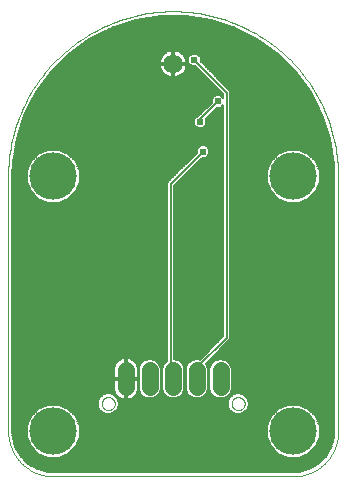
<source format=gbl>
G75*
%MOIN*%
%OFA0B0*%
%FSLAX25Y25*%
%IPPOS*%
%LPD*%
%AMOC8*
5,1,8,0,0,1.08239X$1,22.5*
%
%ADD10C,0.00000*%
%ADD11C,0.15811*%
%ADD12C,0.05600*%
%ADD13C,0.06394*%
%ADD14C,0.00600*%
%ADD15C,0.02381*%
%ADD16C,0.02400*%
D10*
X0001300Y0016300D02*
X0001300Y0101300D01*
X0001316Y0102639D01*
X0001365Y0103978D01*
X0001447Y0105315D01*
X0001561Y0106649D01*
X0001707Y0107981D01*
X0001886Y0109308D01*
X0002097Y0110631D01*
X0002341Y0111948D01*
X0002616Y0113259D01*
X0002923Y0114562D01*
X0003262Y0115858D01*
X0003632Y0117145D01*
X0004033Y0118423D01*
X0004466Y0119691D01*
X0004929Y0120948D01*
X0005423Y0122193D01*
X0005947Y0123426D01*
X0006500Y0124645D01*
X0007084Y0125851D01*
X0007696Y0127042D01*
X0008337Y0128218D01*
X0009007Y0129378D01*
X0009705Y0130521D01*
X0010430Y0131647D01*
X0011183Y0132755D01*
X0011962Y0133845D01*
X0012768Y0134915D01*
X0013599Y0135965D01*
X0014456Y0136994D01*
X0015338Y0138003D01*
X0016243Y0138989D01*
X0017173Y0139953D01*
X0018126Y0140895D01*
X0019101Y0141813D01*
X0020099Y0142706D01*
X0021118Y0143576D01*
X0022158Y0144420D01*
X0023218Y0145238D01*
X0024298Y0146031D01*
X0025396Y0146797D01*
X0026514Y0147536D01*
X0027648Y0148248D01*
X0028800Y0148931D01*
X0029968Y0149587D01*
X0031152Y0150214D01*
X0032350Y0150812D01*
X0033563Y0151380D01*
X0034789Y0151919D01*
X0036028Y0152428D01*
X0037279Y0152906D01*
X0038542Y0153354D01*
X0039814Y0153771D01*
X0041097Y0154157D01*
X0042389Y0154512D01*
X0043689Y0154835D01*
X0044996Y0155126D01*
X0046310Y0155385D01*
X0047630Y0155612D01*
X0048955Y0155807D01*
X0050285Y0155970D01*
X0051618Y0156100D01*
X0052953Y0156198D01*
X0054291Y0156263D01*
X0055630Y0156296D01*
X0056970Y0156296D01*
X0058309Y0156263D01*
X0059647Y0156198D01*
X0060982Y0156100D01*
X0062315Y0155970D01*
X0063645Y0155807D01*
X0064970Y0155612D01*
X0066290Y0155385D01*
X0067604Y0155126D01*
X0068911Y0154835D01*
X0070211Y0154512D01*
X0071503Y0154157D01*
X0072786Y0153771D01*
X0074058Y0153354D01*
X0075321Y0152906D01*
X0076572Y0152428D01*
X0077811Y0151919D01*
X0079037Y0151380D01*
X0080250Y0150812D01*
X0081448Y0150214D01*
X0082632Y0149587D01*
X0083800Y0148931D01*
X0084952Y0148248D01*
X0086086Y0147536D01*
X0087204Y0146797D01*
X0088302Y0146031D01*
X0089382Y0145238D01*
X0090442Y0144420D01*
X0091482Y0143576D01*
X0092501Y0142706D01*
X0093499Y0141813D01*
X0094474Y0140895D01*
X0095427Y0139953D01*
X0096357Y0138989D01*
X0097262Y0138003D01*
X0098144Y0136994D01*
X0099001Y0135965D01*
X0099832Y0134915D01*
X0100638Y0133845D01*
X0101417Y0132755D01*
X0102170Y0131647D01*
X0102895Y0130521D01*
X0103593Y0129378D01*
X0104263Y0128218D01*
X0104904Y0127042D01*
X0105516Y0125851D01*
X0106100Y0124645D01*
X0106653Y0123426D01*
X0107177Y0122193D01*
X0107671Y0120948D01*
X0108134Y0119691D01*
X0108567Y0118423D01*
X0108968Y0117145D01*
X0109338Y0115858D01*
X0109677Y0114562D01*
X0109984Y0113259D01*
X0110259Y0111948D01*
X0110503Y0110631D01*
X0110714Y0109308D01*
X0110893Y0107981D01*
X0111039Y0106649D01*
X0111153Y0105315D01*
X0111235Y0103978D01*
X0111284Y0102639D01*
X0111300Y0101300D01*
X0111300Y0016300D01*
X0111296Y0015938D01*
X0111282Y0015575D01*
X0111261Y0015213D01*
X0111230Y0014852D01*
X0111191Y0014492D01*
X0111143Y0014133D01*
X0111086Y0013775D01*
X0111021Y0013418D01*
X0110947Y0013063D01*
X0110864Y0012710D01*
X0110773Y0012359D01*
X0110674Y0012011D01*
X0110566Y0011665D01*
X0110450Y0011321D01*
X0110325Y0010981D01*
X0110193Y0010644D01*
X0110052Y0010310D01*
X0109903Y0009979D01*
X0109746Y0009652D01*
X0109582Y0009329D01*
X0109410Y0009010D01*
X0109230Y0008696D01*
X0109042Y0008385D01*
X0108847Y0008080D01*
X0108645Y0007779D01*
X0108435Y0007483D01*
X0108219Y0007193D01*
X0107995Y0006907D01*
X0107765Y0006627D01*
X0107528Y0006353D01*
X0107284Y0006085D01*
X0107034Y0005822D01*
X0106778Y0005566D01*
X0106515Y0005316D01*
X0106247Y0005072D01*
X0105973Y0004835D01*
X0105693Y0004605D01*
X0105407Y0004381D01*
X0105117Y0004165D01*
X0104821Y0003955D01*
X0104520Y0003753D01*
X0104215Y0003558D01*
X0103904Y0003370D01*
X0103590Y0003190D01*
X0103271Y0003018D01*
X0102948Y0002854D01*
X0102621Y0002697D01*
X0102290Y0002548D01*
X0101956Y0002407D01*
X0101619Y0002275D01*
X0101279Y0002150D01*
X0100935Y0002034D01*
X0100589Y0001926D01*
X0100241Y0001827D01*
X0099890Y0001736D01*
X0099537Y0001653D01*
X0099182Y0001579D01*
X0098825Y0001514D01*
X0098467Y0001457D01*
X0098108Y0001409D01*
X0097748Y0001370D01*
X0097387Y0001339D01*
X0097025Y0001318D01*
X0096662Y0001304D01*
X0096300Y0001300D01*
X0016300Y0001300D01*
X0015938Y0001304D01*
X0015575Y0001318D01*
X0015213Y0001339D01*
X0014852Y0001370D01*
X0014492Y0001409D01*
X0014133Y0001457D01*
X0013775Y0001514D01*
X0013418Y0001579D01*
X0013063Y0001653D01*
X0012710Y0001736D01*
X0012359Y0001827D01*
X0012011Y0001926D01*
X0011665Y0002034D01*
X0011321Y0002150D01*
X0010981Y0002275D01*
X0010644Y0002407D01*
X0010310Y0002548D01*
X0009979Y0002697D01*
X0009652Y0002854D01*
X0009329Y0003018D01*
X0009010Y0003190D01*
X0008696Y0003370D01*
X0008385Y0003558D01*
X0008080Y0003753D01*
X0007779Y0003955D01*
X0007483Y0004165D01*
X0007193Y0004381D01*
X0006907Y0004605D01*
X0006627Y0004835D01*
X0006353Y0005072D01*
X0006085Y0005316D01*
X0005822Y0005566D01*
X0005566Y0005822D01*
X0005316Y0006085D01*
X0005072Y0006353D01*
X0004835Y0006627D01*
X0004605Y0006907D01*
X0004381Y0007193D01*
X0004165Y0007483D01*
X0003955Y0007779D01*
X0003753Y0008080D01*
X0003558Y0008385D01*
X0003370Y0008696D01*
X0003190Y0009010D01*
X0003018Y0009329D01*
X0002854Y0009652D01*
X0002697Y0009979D01*
X0002548Y0010310D01*
X0002407Y0010644D01*
X0002275Y0010981D01*
X0002150Y0011321D01*
X0002034Y0011665D01*
X0001926Y0012011D01*
X0001827Y0012359D01*
X0001736Y0012710D01*
X0001653Y0013063D01*
X0001579Y0013418D01*
X0001514Y0013775D01*
X0001457Y0014133D01*
X0001409Y0014492D01*
X0001370Y0014852D01*
X0001339Y0015213D01*
X0001318Y0015575D01*
X0001304Y0015938D01*
X0001300Y0016300D01*
X0032481Y0025532D02*
X0032483Y0025625D01*
X0032489Y0025717D01*
X0032499Y0025809D01*
X0032513Y0025900D01*
X0032530Y0025991D01*
X0032552Y0026081D01*
X0032577Y0026170D01*
X0032606Y0026258D01*
X0032639Y0026344D01*
X0032676Y0026429D01*
X0032716Y0026513D01*
X0032760Y0026594D01*
X0032807Y0026674D01*
X0032857Y0026752D01*
X0032911Y0026827D01*
X0032968Y0026900D01*
X0033028Y0026970D01*
X0033091Y0027038D01*
X0033157Y0027103D01*
X0033225Y0027165D01*
X0033296Y0027225D01*
X0033370Y0027281D01*
X0033446Y0027334D01*
X0033524Y0027383D01*
X0033604Y0027430D01*
X0033686Y0027472D01*
X0033770Y0027512D01*
X0033855Y0027547D01*
X0033942Y0027579D01*
X0034030Y0027608D01*
X0034119Y0027632D01*
X0034209Y0027653D01*
X0034300Y0027669D01*
X0034392Y0027682D01*
X0034484Y0027691D01*
X0034577Y0027696D01*
X0034669Y0027697D01*
X0034762Y0027694D01*
X0034854Y0027687D01*
X0034946Y0027676D01*
X0035037Y0027661D01*
X0035128Y0027643D01*
X0035218Y0027620D01*
X0035306Y0027594D01*
X0035394Y0027564D01*
X0035480Y0027530D01*
X0035564Y0027493D01*
X0035647Y0027451D01*
X0035728Y0027407D01*
X0035808Y0027359D01*
X0035885Y0027308D01*
X0035959Y0027253D01*
X0036032Y0027195D01*
X0036102Y0027135D01*
X0036169Y0027071D01*
X0036233Y0027005D01*
X0036295Y0026935D01*
X0036353Y0026864D01*
X0036408Y0026790D01*
X0036460Y0026713D01*
X0036509Y0026634D01*
X0036555Y0026554D01*
X0036597Y0026471D01*
X0036635Y0026387D01*
X0036670Y0026301D01*
X0036701Y0026214D01*
X0036728Y0026126D01*
X0036751Y0026036D01*
X0036771Y0025946D01*
X0036787Y0025855D01*
X0036799Y0025763D01*
X0036807Y0025671D01*
X0036811Y0025578D01*
X0036811Y0025486D01*
X0036807Y0025393D01*
X0036799Y0025301D01*
X0036787Y0025209D01*
X0036771Y0025118D01*
X0036751Y0025028D01*
X0036728Y0024938D01*
X0036701Y0024850D01*
X0036670Y0024763D01*
X0036635Y0024677D01*
X0036597Y0024593D01*
X0036555Y0024510D01*
X0036509Y0024430D01*
X0036460Y0024351D01*
X0036408Y0024274D01*
X0036353Y0024200D01*
X0036295Y0024129D01*
X0036233Y0024059D01*
X0036169Y0023993D01*
X0036102Y0023929D01*
X0036032Y0023869D01*
X0035959Y0023811D01*
X0035885Y0023756D01*
X0035808Y0023705D01*
X0035729Y0023657D01*
X0035647Y0023613D01*
X0035564Y0023571D01*
X0035480Y0023534D01*
X0035394Y0023500D01*
X0035306Y0023470D01*
X0035218Y0023444D01*
X0035128Y0023421D01*
X0035037Y0023403D01*
X0034946Y0023388D01*
X0034854Y0023377D01*
X0034762Y0023370D01*
X0034669Y0023367D01*
X0034577Y0023368D01*
X0034484Y0023373D01*
X0034392Y0023382D01*
X0034300Y0023395D01*
X0034209Y0023411D01*
X0034119Y0023432D01*
X0034030Y0023456D01*
X0033942Y0023485D01*
X0033855Y0023517D01*
X0033770Y0023552D01*
X0033686Y0023592D01*
X0033604Y0023634D01*
X0033524Y0023681D01*
X0033446Y0023730D01*
X0033370Y0023783D01*
X0033296Y0023839D01*
X0033225Y0023899D01*
X0033157Y0023961D01*
X0033091Y0024026D01*
X0033028Y0024094D01*
X0032968Y0024164D01*
X0032911Y0024237D01*
X0032857Y0024312D01*
X0032807Y0024390D01*
X0032760Y0024470D01*
X0032716Y0024551D01*
X0032676Y0024635D01*
X0032639Y0024720D01*
X0032606Y0024806D01*
X0032577Y0024894D01*
X0032552Y0024983D01*
X0032530Y0025073D01*
X0032513Y0025164D01*
X0032499Y0025255D01*
X0032489Y0025347D01*
X0032483Y0025439D01*
X0032481Y0025532D01*
X0075789Y0025532D02*
X0075791Y0025625D01*
X0075797Y0025717D01*
X0075807Y0025809D01*
X0075821Y0025900D01*
X0075838Y0025991D01*
X0075860Y0026081D01*
X0075885Y0026170D01*
X0075914Y0026258D01*
X0075947Y0026344D01*
X0075984Y0026429D01*
X0076024Y0026513D01*
X0076068Y0026594D01*
X0076115Y0026674D01*
X0076165Y0026752D01*
X0076219Y0026827D01*
X0076276Y0026900D01*
X0076336Y0026970D01*
X0076399Y0027038D01*
X0076465Y0027103D01*
X0076533Y0027165D01*
X0076604Y0027225D01*
X0076678Y0027281D01*
X0076754Y0027334D01*
X0076832Y0027383D01*
X0076912Y0027430D01*
X0076994Y0027472D01*
X0077078Y0027512D01*
X0077163Y0027547D01*
X0077250Y0027579D01*
X0077338Y0027608D01*
X0077427Y0027632D01*
X0077517Y0027653D01*
X0077608Y0027669D01*
X0077700Y0027682D01*
X0077792Y0027691D01*
X0077885Y0027696D01*
X0077977Y0027697D01*
X0078070Y0027694D01*
X0078162Y0027687D01*
X0078254Y0027676D01*
X0078345Y0027661D01*
X0078436Y0027643D01*
X0078526Y0027620D01*
X0078614Y0027594D01*
X0078702Y0027564D01*
X0078788Y0027530D01*
X0078872Y0027493D01*
X0078955Y0027451D01*
X0079036Y0027407D01*
X0079116Y0027359D01*
X0079193Y0027308D01*
X0079267Y0027253D01*
X0079340Y0027195D01*
X0079410Y0027135D01*
X0079477Y0027071D01*
X0079541Y0027005D01*
X0079603Y0026935D01*
X0079661Y0026864D01*
X0079716Y0026790D01*
X0079768Y0026713D01*
X0079817Y0026634D01*
X0079863Y0026554D01*
X0079905Y0026471D01*
X0079943Y0026387D01*
X0079978Y0026301D01*
X0080009Y0026214D01*
X0080036Y0026126D01*
X0080059Y0026036D01*
X0080079Y0025946D01*
X0080095Y0025855D01*
X0080107Y0025763D01*
X0080115Y0025671D01*
X0080119Y0025578D01*
X0080119Y0025486D01*
X0080115Y0025393D01*
X0080107Y0025301D01*
X0080095Y0025209D01*
X0080079Y0025118D01*
X0080059Y0025028D01*
X0080036Y0024938D01*
X0080009Y0024850D01*
X0079978Y0024763D01*
X0079943Y0024677D01*
X0079905Y0024593D01*
X0079863Y0024510D01*
X0079817Y0024430D01*
X0079768Y0024351D01*
X0079716Y0024274D01*
X0079661Y0024200D01*
X0079603Y0024129D01*
X0079541Y0024059D01*
X0079477Y0023993D01*
X0079410Y0023929D01*
X0079340Y0023869D01*
X0079267Y0023811D01*
X0079193Y0023756D01*
X0079116Y0023705D01*
X0079037Y0023657D01*
X0078955Y0023613D01*
X0078872Y0023571D01*
X0078788Y0023534D01*
X0078702Y0023500D01*
X0078614Y0023470D01*
X0078526Y0023444D01*
X0078436Y0023421D01*
X0078345Y0023403D01*
X0078254Y0023388D01*
X0078162Y0023377D01*
X0078070Y0023370D01*
X0077977Y0023367D01*
X0077885Y0023368D01*
X0077792Y0023373D01*
X0077700Y0023382D01*
X0077608Y0023395D01*
X0077517Y0023411D01*
X0077427Y0023432D01*
X0077338Y0023456D01*
X0077250Y0023485D01*
X0077163Y0023517D01*
X0077078Y0023552D01*
X0076994Y0023592D01*
X0076912Y0023634D01*
X0076832Y0023681D01*
X0076754Y0023730D01*
X0076678Y0023783D01*
X0076604Y0023839D01*
X0076533Y0023899D01*
X0076465Y0023961D01*
X0076399Y0024026D01*
X0076336Y0024094D01*
X0076276Y0024164D01*
X0076219Y0024237D01*
X0076165Y0024312D01*
X0076115Y0024390D01*
X0076068Y0024470D01*
X0076024Y0024551D01*
X0075984Y0024635D01*
X0075947Y0024720D01*
X0075914Y0024806D01*
X0075885Y0024894D01*
X0075860Y0024983D01*
X0075838Y0025073D01*
X0075821Y0025164D01*
X0075807Y0025255D01*
X0075797Y0025347D01*
X0075791Y0025439D01*
X0075789Y0025532D01*
D11*
X0096300Y0016300D03*
X0096300Y0101300D03*
X0016300Y0101300D03*
X0016300Y0016300D03*
D12*
X0040552Y0031000D02*
X0040552Y0036600D01*
X0048426Y0036600D02*
X0048426Y0031000D01*
X0056300Y0031000D02*
X0056300Y0036600D01*
X0064174Y0036600D02*
X0064174Y0031000D01*
X0072048Y0031000D02*
X0072048Y0036600D01*
D13*
X0056300Y0138800D03*
D14*
X0013609Y0007884D02*
X0005507Y0007884D01*
X0005431Y0007960D02*
X0003643Y0011057D01*
X0002717Y0014512D01*
X0002600Y0016300D01*
X0002600Y0101300D01*
X0002766Y0105513D01*
X0004084Y0113836D01*
X0006688Y0121850D01*
X0010513Y0129358D01*
X0015466Y0136175D01*
X0021425Y0142134D01*
X0028242Y0147087D01*
X0035750Y0150912D01*
X0043764Y0153516D01*
X0052087Y0154834D01*
X0060513Y0154834D01*
X0068836Y0153516D01*
X0076850Y0150912D01*
X0084358Y0147087D01*
X0091175Y0142134D01*
X0097134Y0136175D01*
X0102087Y0129358D01*
X0105912Y0121850D01*
X0108516Y0113836D01*
X0109834Y0105513D01*
X0110000Y0101300D01*
X0110000Y0016300D01*
X0109883Y0014512D01*
X0108957Y0011057D01*
X0107169Y0007960D01*
X0104640Y0005431D01*
X0101543Y0003643D01*
X0098088Y0002717D01*
X0096300Y0002600D01*
X0016300Y0002600D01*
X0014512Y0002717D01*
X0011057Y0003643D01*
X0007960Y0005431D01*
X0005431Y0007960D01*
X0005130Y0008482D02*
X0012164Y0008482D01*
X0011312Y0008835D02*
X0014548Y0007494D01*
X0018052Y0007494D01*
X0021288Y0008835D01*
X0023765Y0011312D01*
X0025105Y0014548D01*
X0025105Y0018052D01*
X0023765Y0021288D01*
X0021288Y0023765D01*
X0018052Y0025105D01*
X0014548Y0025105D01*
X0011312Y0023765D01*
X0008835Y0021288D01*
X0007494Y0018052D01*
X0007494Y0014548D01*
X0008835Y0011312D01*
X0011312Y0008835D01*
X0011066Y0009081D02*
X0004784Y0009081D01*
X0004438Y0009679D02*
X0010468Y0009679D01*
X0009869Y0010278D02*
X0004093Y0010278D01*
X0003747Y0010876D02*
X0009271Y0010876D01*
X0008768Y0011475D02*
X0003531Y0011475D01*
X0003371Y0012073D02*
X0008520Y0012073D01*
X0008272Y0012672D02*
X0003210Y0012672D01*
X0003050Y0013270D02*
X0008024Y0013270D01*
X0007776Y0013869D02*
X0002890Y0013869D01*
X0002729Y0014467D02*
X0007528Y0014467D01*
X0007494Y0015066D02*
X0002681Y0015066D01*
X0002642Y0015664D02*
X0007494Y0015664D01*
X0007494Y0016263D02*
X0002602Y0016263D01*
X0002600Y0016861D02*
X0007494Y0016861D01*
X0007494Y0017460D02*
X0002600Y0017460D01*
X0002600Y0018058D02*
X0007497Y0018058D01*
X0007745Y0018657D02*
X0002600Y0018657D01*
X0002600Y0019255D02*
X0007993Y0019255D01*
X0008241Y0019854D02*
X0002600Y0019854D01*
X0002600Y0020452D02*
X0008489Y0020452D01*
X0008737Y0021051D02*
X0002600Y0021051D01*
X0002600Y0021649D02*
X0009197Y0021649D01*
X0009795Y0022248D02*
X0002600Y0022248D01*
X0002600Y0022846D02*
X0010394Y0022846D01*
X0010992Y0023445D02*
X0002600Y0023445D01*
X0002600Y0024043D02*
X0011984Y0024043D01*
X0013429Y0024642D02*
X0002600Y0024642D01*
X0002600Y0025240D02*
X0031181Y0025240D01*
X0031181Y0024843D02*
X0031709Y0023569D01*
X0032683Y0022595D01*
X0033957Y0022067D01*
X0035336Y0022067D01*
X0036609Y0022595D01*
X0037584Y0023569D01*
X0038112Y0024843D01*
X0038112Y0026222D01*
X0037584Y0027495D01*
X0036609Y0028470D01*
X0035336Y0028998D01*
X0033957Y0028998D01*
X0032683Y0028470D01*
X0031709Y0027495D01*
X0031181Y0026222D01*
X0031181Y0024843D01*
X0031264Y0024642D02*
X0019171Y0024642D01*
X0020616Y0024043D02*
X0031512Y0024043D01*
X0031833Y0023445D02*
X0021608Y0023445D01*
X0022206Y0022846D02*
X0032432Y0022846D01*
X0033520Y0022248D02*
X0022805Y0022248D01*
X0023403Y0021649D02*
X0089197Y0021649D01*
X0088835Y0021288D02*
X0091312Y0023765D01*
X0094548Y0025105D01*
X0098052Y0025105D01*
X0101288Y0023765D01*
X0103765Y0021288D01*
X0105105Y0018052D01*
X0105105Y0014548D01*
X0103765Y0011312D01*
X0101288Y0008835D01*
X0098052Y0007494D01*
X0094548Y0007494D01*
X0091312Y0008835D01*
X0088835Y0011312D01*
X0087494Y0014548D01*
X0087494Y0018052D01*
X0088835Y0021288D01*
X0088737Y0021051D02*
X0023863Y0021051D01*
X0024111Y0020452D02*
X0088489Y0020452D01*
X0088241Y0019854D02*
X0024359Y0019854D01*
X0024607Y0019255D02*
X0087993Y0019255D01*
X0087745Y0018657D02*
X0024855Y0018657D01*
X0025103Y0018058D02*
X0087497Y0018058D01*
X0087494Y0017460D02*
X0025105Y0017460D01*
X0025105Y0016861D02*
X0087494Y0016861D01*
X0087494Y0016263D02*
X0025105Y0016263D01*
X0025105Y0015664D02*
X0087494Y0015664D01*
X0087494Y0015066D02*
X0025105Y0015066D01*
X0025072Y0014467D02*
X0087528Y0014467D01*
X0087776Y0013869D02*
X0024824Y0013869D01*
X0024576Y0013270D02*
X0088024Y0013270D01*
X0088272Y0012672D02*
X0024328Y0012672D01*
X0024080Y0012073D02*
X0088520Y0012073D01*
X0088768Y0011475D02*
X0023832Y0011475D01*
X0023329Y0010876D02*
X0089271Y0010876D01*
X0089869Y0010278D02*
X0022731Y0010278D01*
X0022132Y0009679D02*
X0090468Y0009679D01*
X0091066Y0009081D02*
X0021534Y0009081D01*
X0020436Y0008482D02*
X0092164Y0008482D01*
X0093609Y0007884D02*
X0018991Y0007884D01*
X0013100Y0003096D02*
X0099500Y0003096D01*
X0101631Y0003694D02*
X0010969Y0003694D01*
X0009932Y0004293D02*
X0102668Y0004293D01*
X0103705Y0004891D02*
X0008895Y0004891D01*
X0007901Y0005490D02*
X0104699Y0005490D01*
X0105297Y0006088D02*
X0007303Y0006088D01*
X0006704Y0006687D02*
X0105896Y0006687D01*
X0106494Y0007285D02*
X0006106Y0007285D01*
X0002600Y0025839D02*
X0031181Y0025839D01*
X0031271Y0026437D02*
X0002600Y0026437D01*
X0002600Y0027036D02*
X0031518Y0027036D01*
X0031848Y0027634D02*
X0002600Y0027634D01*
X0002600Y0028233D02*
X0032446Y0028233D01*
X0033556Y0028832D02*
X0002600Y0028832D01*
X0002600Y0029430D02*
X0036751Y0029430D01*
X0036752Y0029426D02*
X0037045Y0028851D01*
X0037425Y0028329D01*
X0037881Y0027873D01*
X0038403Y0027493D01*
X0038978Y0027200D01*
X0039592Y0027001D01*
X0040229Y0026900D01*
X0040252Y0026900D01*
X0040252Y0033500D01*
X0040852Y0033500D01*
X0040852Y0034100D01*
X0044652Y0034100D01*
X0044652Y0036923D01*
X0044551Y0037560D01*
X0044352Y0038174D01*
X0044059Y0038749D01*
X0043679Y0039271D01*
X0043223Y0039727D01*
X0042701Y0040107D01*
X0042126Y0040400D01*
X0041512Y0040599D01*
X0040875Y0040700D01*
X0040852Y0040700D01*
X0040852Y0034100D01*
X0040252Y0034100D01*
X0040252Y0040700D01*
X0040229Y0040700D01*
X0039592Y0040599D01*
X0038978Y0040400D01*
X0038403Y0040107D01*
X0037881Y0039727D01*
X0037425Y0039271D01*
X0037045Y0038749D01*
X0036752Y0038174D01*
X0036553Y0037560D01*
X0036452Y0036923D01*
X0036452Y0034100D01*
X0040252Y0034100D01*
X0040252Y0033500D01*
X0036452Y0033500D01*
X0036452Y0030677D01*
X0036553Y0030040D01*
X0036752Y0029426D01*
X0036557Y0030029D02*
X0002600Y0030029D01*
X0002600Y0030627D02*
X0036460Y0030627D01*
X0036452Y0031226D02*
X0002600Y0031226D01*
X0002600Y0031824D02*
X0036452Y0031824D01*
X0036452Y0032423D02*
X0002600Y0032423D01*
X0002600Y0033021D02*
X0036452Y0033021D01*
X0036452Y0034218D02*
X0002600Y0034218D01*
X0002600Y0033620D02*
X0040252Y0033620D01*
X0040252Y0034218D02*
X0040852Y0034218D01*
X0040852Y0033620D02*
X0044726Y0033620D01*
X0044652Y0033500D02*
X0040852Y0033500D01*
X0040852Y0026900D01*
X0040875Y0026900D01*
X0041512Y0027001D01*
X0042126Y0027200D01*
X0042701Y0027493D01*
X0043223Y0027873D01*
X0043679Y0028329D01*
X0044059Y0028851D01*
X0044352Y0029426D01*
X0044551Y0030040D01*
X0044652Y0030677D01*
X0044652Y0033500D01*
X0044652Y0033021D02*
X0044726Y0033021D01*
X0044726Y0032423D02*
X0044652Y0032423D01*
X0044652Y0031824D02*
X0044726Y0031824D01*
X0044726Y0031226D02*
X0044652Y0031226D01*
X0044644Y0030627D02*
X0044726Y0030627D01*
X0044726Y0030264D02*
X0045289Y0028904D01*
X0046330Y0027863D01*
X0047690Y0027300D01*
X0049162Y0027300D01*
X0050522Y0027863D01*
X0051563Y0028904D01*
X0052126Y0030264D01*
X0052126Y0037336D01*
X0051563Y0038696D01*
X0050522Y0039737D01*
X0049162Y0040300D01*
X0047690Y0040300D01*
X0046330Y0039737D01*
X0045289Y0038696D01*
X0044726Y0037336D01*
X0044726Y0030264D01*
X0044824Y0030029D02*
X0044547Y0030029D01*
X0044353Y0029430D02*
X0045071Y0029430D01*
X0045362Y0028832D02*
X0044044Y0028832D01*
X0043583Y0028233D02*
X0045960Y0028233D01*
X0046882Y0027634D02*
X0042895Y0027634D01*
X0041620Y0027036D02*
X0074826Y0027036D01*
X0075016Y0027495D02*
X0074488Y0026222D01*
X0074488Y0024843D01*
X0075016Y0023569D01*
X0075991Y0022595D01*
X0077264Y0022067D01*
X0078643Y0022067D01*
X0079916Y0022595D01*
X0080891Y0023569D01*
X0081419Y0024843D01*
X0081419Y0026222D01*
X0080891Y0027495D01*
X0079916Y0028470D01*
X0078643Y0028998D01*
X0077264Y0028998D01*
X0075991Y0028470D01*
X0075016Y0027495D01*
X0075155Y0027634D02*
X0073592Y0027634D01*
X0074144Y0027863D02*
X0075185Y0028904D01*
X0075748Y0030264D01*
X0075748Y0037336D01*
X0075185Y0038696D01*
X0074144Y0039737D01*
X0072784Y0040300D01*
X0071312Y0040300D01*
X0069952Y0039737D01*
X0068911Y0038696D01*
X0068348Y0037336D01*
X0068348Y0030264D01*
X0068911Y0028904D01*
X0069952Y0027863D01*
X0071312Y0027300D01*
X0072784Y0027300D01*
X0074144Y0027863D01*
X0074514Y0028233D02*
X0075754Y0028233D01*
X0075112Y0028832D02*
X0076863Y0028832D01*
X0075650Y0030029D02*
X0110000Y0030029D01*
X0110000Y0030627D02*
X0075748Y0030627D01*
X0075748Y0031226D02*
X0110000Y0031226D01*
X0110000Y0031824D02*
X0075748Y0031824D01*
X0075748Y0032423D02*
X0110000Y0032423D01*
X0110000Y0033021D02*
X0075748Y0033021D01*
X0075748Y0033620D02*
X0110000Y0033620D01*
X0110000Y0034218D02*
X0075748Y0034218D01*
X0075748Y0034817D02*
X0110000Y0034817D01*
X0110000Y0035415D02*
X0075748Y0035415D01*
X0075748Y0036014D02*
X0110000Y0036014D01*
X0110000Y0036612D02*
X0075748Y0036612D01*
X0075748Y0037211D02*
X0110000Y0037211D01*
X0110000Y0037809D02*
X0075552Y0037809D01*
X0075304Y0038408D02*
X0110000Y0038408D01*
X0110000Y0039006D02*
X0074874Y0039006D01*
X0074276Y0039605D02*
X0110000Y0039605D01*
X0110000Y0040203D02*
X0073018Y0040203D01*
X0071468Y0043196D02*
X0110000Y0043196D01*
X0110000Y0043794D02*
X0072066Y0043794D01*
X0072665Y0044393D02*
X0110000Y0044393D01*
X0110000Y0044991D02*
X0073263Y0044991D01*
X0073862Y0045590D02*
X0110000Y0045590D01*
X0110000Y0046188D02*
X0074460Y0046188D01*
X0075059Y0046787D02*
X0110000Y0046787D01*
X0110000Y0047385D02*
X0075335Y0047385D01*
X0075335Y0047063D02*
X0075335Y0129750D01*
X0074632Y0130453D01*
X0065408Y0139677D01*
X0065408Y0140949D01*
X0064178Y0142180D01*
X0062438Y0142180D01*
X0061208Y0140949D01*
X0061208Y0139210D01*
X0062438Y0137980D01*
X0063711Y0137980D01*
X0072935Y0128756D01*
X0072935Y0127517D01*
X0072052Y0128400D01*
X0070312Y0128400D01*
X0069082Y0127170D01*
X0069082Y0125897D01*
X0064779Y0121594D01*
X0064695Y0121510D01*
X0064407Y0121510D01*
X0063176Y0120280D01*
X0063176Y0118540D01*
X0064407Y0117310D01*
X0066146Y0117310D01*
X0067376Y0118540D01*
X0067376Y0120280D01*
X0067118Y0120539D01*
X0070779Y0124200D01*
X0072052Y0124200D01*
X0072935Y0125083D01*
X0072935Y0048057D01*
X0065099Y0040222D01*
X0064910Y0040300D01*
X0063438Y0040300D01*
X0062078Y0039737D01*
X0061037Y0038696D01*
X0060474Y0037336D01*
X0060474Y0030264D01*
X0061037Y0028904D01*
X0062078Y0027863D01*
X0063438Y0027300D01*
X0064910Y0027300D01*
X0066270Y0027863D01*
X0067311Y0028904D01*
X0067874Y0030264D01*
X0067874Y0037336D01*
X0067311Y0038696D01*
X0067139Y0038867D01*
X0075335Y0047063D01*
X0075335Y0047984D02*
X0110000Y0047984D01*
X0110000Y0048582D02*
X0075335Y0048582D01*
X0075335Y0049181D02*
X0110000Y0049181D01*
X0110000Y0049779D02*
X0075335Y0049779D01*
X0075335Y0050378D02*
X0110000Y0050378D01*
X0110000Y0050976D02*
X0075335Y0050976D01*
X0075335Y0051575D02*
X0110000Y0051575D01*
X0110000Y0052173D02*
X0075335Y0052173D01*
X0075335Y0052772D02*
X0110000Y0052772D01*
X0110000Y0053370D02*
X0075335Y0053370D01*
X0075335Y0053969D02*
X0110000Y0053969D01*
X0110000Y0054568D02*
X0075335Y0054568D01*
X0075335Y0055166D02*
X0110000Y0055166D01*
X0110000Y0055765D02*
X0075335Y0055765D01*
X0075335Y0056363D02*
X0110000Y0056363D01*
X0110000Y0056962D02*
X0075335Y0056962D01*
X0075335Y0057560D02*
X0110000Y0057560D01*
X0110000Y0058159D02*
X0075335Y0058159D01*
X0075335Y0058757D02*
X0110000Y0058757D01*
X0110000Y0059356D02*
X0075335Y0059356D01*
X0075335Y0059954D02*
X0110000Y0059954D01*
X0110000Y0060553D02*
X0075335Y0060553D01*
X0075335Y0061151D02*
X0110000Y0061151D01*
X0110000Y0061750D02*
X0075335Y0061750D01*
X0075335Y0062348D02*
X0110000Y0062348D01*
X0110000Y0062947D02*
X0075335Y0062947D01*
X0075335Y0063545D02*
X0110000Y0063545D01*
X0110000Y0064144D02*
X0075335Y0064144D01*
X0075335Y0064742D02*
X0110000Y0064742D01*
X0110000Y0065341D02*
X0075335Y0065341D01*
X0075335Y0065939D02*
X0110000Y0065939D01*
X0110000Y0066538D02*
X0075335Y0066538D01*
X0075335Y0067136D02*
X0110000Y0067136D01*
X0110000Y0067735D02*
X0075335Y0067735D01*
X0075335Y0068333D02*
X0110000Y0068333D01*
X0110000Y0068932D02*
X0075335Y0068932D01*
X0075335Y0069530D02*
X0110000Y0069530D01*
X0110000Y0070129D02*
X0075335Y0070129D01*
X0075335Y0070727D02*
X0110000Y0070727D01*
X0110000Y0071326D02*
X0075335Y0071326D01*
X0075335Y0071924D02*
X0110000Y0071924D01*
X0110000Y0072523D02*
X0075335Y0072523D01*
X0075335Y0073121D02*
X0110000Y0073121D01*
X0110000Y0073720D02*
X0075335Y0073720D01*
X0075335Y0074318D02*
X0110000Y0074318D01*
X0110000Y0074917D02*
X0075335Y0074917D01*
X0075335Y0075515D02*
X0110000Y0075515D01*
X0110000Y0076114D02*
X0075335Y0076114D01*
X0075335Y0076712D02*
X0110000Y0076712D01*
X0110000Y0077311D02*
X0075335Y0077311D01*
X0075335Y0077909D02*
X0110000Y0077909D01*
X0110000Y0078508D02*
X0075335Y0078508D01*
X0075335Y0079106D02*
X0110000Y0079106D01*
X0110000Y0079705D02*
X0075335Y0079705D01*
X0075335Y0080303D02*
X0110000Y0080303D01*
X0110000Y0080902D02*
X0075335Y0080902D01*
X0075335Y0081501D02*
X0110000Y0081501D01*
X0110000Y0082099D02*
X0075335Y0082099D01*
X0075335Y0082698D02*
X0110000Y0082698D01*
X0110000Y0083296D02*
X0075335Y0083296D01*
X0075335Y0083895D02*
X0110000Y0083895D01*
X0110000Y0084493D02*
X0075335Y0084493D01*
X0075335Y0085092D02*
X0110000Y0085092D01*
X0110000Y0085690D02*
X0075335Y0085690D01*
X0075335Y0086289D02*
X0110000Y0086289D01*
X0110000Y0086887D02*
X0075335Y0086887D01*
X0075335Y0087486D02*
X0110000Y0087486D01*
X0110000Y0088084D02*
X0075335Y0088084D01*
X0075335Y0088683D02*
X0110000Y0088683D01*
X0110000Y0089281D02*
X0075335Y0089281D01*
X0075335Y0089880D02*
X0110000Y0089880D01*
X0110000Y0090478D02*
X0075335Y0090478D01*
X0075335Y0091077D02*
X0110000Y0091077D01*
X0110000Y0091675D02*
X0075335Y0091675D01*
X0075335Y0092274D02*
X0110000Y0092274D01*
X0110000Y0092872D02*
X0098963Y0092872D01*
X0098052Y0092494D02*
X0101288Y0093835D01*
X0103765Y0096312D01*
X0105105Y0099548D01*
X0105105Y0103052D01*
X0103765Y0106288D01*
X0101288Y0108765D01*
X0098052Y0110105D01*
X0094548Y0110105D01*
X0091312Y0108765D01*
X0088835Y0106288D01*
X0087494Y0103052D01*
X0087494Y0099548D01*
X0088835Y0096312D01*
X0091312Y0093835D01*
X0094548Y0092494D01*
X0098052Y0092494D01*
X0100408Y0093471D02*
X0110000Y0093471D01*
X0110000Y0094069D02*
X0101522Y0094069D01*
X0102121Y0094668D02*
X0110000Y0094668D01*
X0110000Y0095266D02*
X0102719Y0095266D01*
X0103318Y0095865D02*
X0110000Y0095865D01*
X0110000Y0096463D02*
X0103828Y0096463D01*
X0104075Y0097062D02*
X0110000Y0097062D01*
X0110000Y0097660D02*
X0104323Y0097660D01*
X0104571Y0098259D02*
X0110000Y0098259D01*
X0110000Y0098857D02*
X0104819Y0098857D01*
X0105067Y0099456D02*
X0110000Y0099456D01*
X0110000Y0100054D02*
X0105105Y0100054D01*
X0105105Y0100653D02*
X0110000Y0100653D01*
X0110000Y0101251D02*
X0105105Y0101251D01*
X0105105Y0101850D02*
X0109978Y0101850D01*
X0109955Y0102448D02*
X0105105Y0102448D01*
X0105105Y0103047D02*
X0109931Y0103047D01*
X0109908Y0103645D02*
X0104859Y0103645D01*
X0104612Y0104244D02*
X0109884Y0104244D01*
X0109861Y0104842D02*
X0104364Y0104842D01*
X0104116Y0105441D02*
X0109837Y0105441D01*
X0109751Y0106039D02*
X0103868Y0106039D01*
X0103415Y0106638D02*
X0109656Y0106638D01*
X0109562Y0107237D02*
X0102816Y0107237D01*
X0102218Y0107835D02*
X0109467Y0107835D01*
X0109372Y0108434D02*
X0101619Y0108434D01*
X0100643Y0109032D02*
X0109277Y0109032D01*
X0109182Y0109631D02*
X0099198Y0109631D01*
X0093402Y0109631D02*
X0075335Y0109631D01*
X0075335Y0110229D02*
X0109088Y0110229D01*
X0108993Y0110828D02*
X0075335Y0110828D01*
X0075335Y0111426D02*
X0108898Y0111426D01*
X0108803Y0112025D02*
X0075335Y0112025D01*
X0075335Y0112623D02*
X0108708Y0112623D01*
X0108614Y0113222D02*
X0075335Y0113222D01*
X0075335Y0113820D02*
X0108519Y0113820D01*
X0108327Y0114419D02*
X0075335Y0114419D01*
X0075335Y0115017D02*
X0108132Y0115017D01*
X0107938Y0115616D02*
X0075335Y0115616D01*
X0075335Y0116214D02*
X0107744Y0116214D01*
X0107549Y0116813D02*
X0075335Y0116813D01*
X0075335Y0117411D02*
X0107355Y0117411D01*
X0107160Y0118010D02*
X0075335Y0118010D01*
X0075335Y0118608D02*
X0106966Y0118608D01*
X0106771Y0119207D02*
X0075335Y0119207D01*
X0075335Y0119805D02*
X0106577Y0119805D01*
X0106382Y0120404D02*
X0075335Y0120404D01*
X0075335Y0121002D02*
X0106188Y0121002D01*
X0105993Y0121601D02*
X0075335Y0121601D01*
X0075335Y0122199D02*
X0105734Y0122199D01*
X0105429Y0122798D02*
X0075335Y0122798D01*
X0075335Y0123396D02*
X0105124Y0123396D01*
X0104820Y0123995D02*
X0075335Y0123995D01*
X0075335Y0124593D02*
X0104515Y0124593D01*
X0104210Y0125192D02*
X0075335Y0125192D01*
X0075335Y0125790D02*
X0103905Y0125790D01*
X0103600Y0126389D02*
X0075335Y0126389D01*
X0075335Y0126987D02*
X0103295Y0126987D01*
X0102990Y0127586D02*
X0075335Y0127586D01*
X0075335Y0128184D02*
X0102685Y0128184D01*
X0102380Y0128783D02*
X0075335Y0128783D01*
X0075335Y0129381D02*
X0102070Y0129381D01*
X0101635Y0129980D02*
X0075105Y0129980D01*
X0074506Y0130578D02*
X0101200Y0130578D01*
X0100765Y0131177D02*
X0073907Y0131177D01*
X0073309Y0131775D02*
X0100330Y0131775D01*
X0099896Y0132374D02*
X0072710Y0132374D01*
X0072112Y0132972D02*
X0099461Y0132972D01*
X0099026Y0133571D02*
X0071513Y0133571D01*
X0070915Y0134170D02*
X0098591Y0134170D01*
X0098156Y0134768D02*
X0070316Y0134768D01*
X0069718Y0135367D02*
X0097721Y0135367D01*
X0097287Y0135965D02*
X0069119Y0135965D01*
X0068521Y0136564D02*
X0096746Y0136564D01*
X0096147Y0137162D02*
X0067922Y0137162D01*
X0067324Y0137761D02*
X0095549Y0137761D01*
X0094950Y0138359D02*
X0066725Y0138359D01*
X0066127Y0138958D02*
X0094352Y0138958D01*
X0093753Y0139556D02*
X0065528Y0139556D01*
X0065408Y0140155D02*
X0093155Y0140155D01*
X0092556Y0140753D02*
X0065408Y0140753D01*
X0065006Y0141352D02*
X0091958Y0141352D01*
X0091359Y0141950D02*
X0064407Y0141950D01*
X0063308Y0140080D02*
X0074135Y0129253D01*
X0074135Y0047560D01*
X0064292Y0037717D01*
X0064292Y0034765D01*
X0064174Y0033800D01*
X0060474Y0033620D02*
X0060000Y0033620D01*
X0060000Y0034218D02*
X0060474Y0034218D01*
X0060474Y0034817D02*
X0060000Y0034817D01*
X0060000Y0035415D02*
X0060474Y0035415D01*
X0060474Y0036014D02*
X0060000Y0036014D01*
X0060000Y0036612D02*
X0060474Y0036612D01*
X0060474Y0037211D02*
X0060000Y0037211D01*
X0060000Y0037336D02*
X0059437Y0038696D01*
X0058396Y0039737D01*
X0057036Y0040300D01*
X0056634Y0040300D01*
X0056634Y0098244D01*
X0065858Y0107468D01*
X0067130Y0107468D01*
X0068361Y0108698D01*
X0068361Y0110438D01*
X0067130Y0111668D01*
X0065391Y0111668D01*
X0064161Y0110438D01*
X0064161Y0109165D01*
X0054937Y0099941D01*
X0054937Y0099941D01*
X0054234Y0099238D01*
X0054234Y0039749D01*
X0054204Y0039737D01*
X0053163Y0038696D01*
X0052600Y0037336D01*
X0052600Y0030264D01*
X0053163Y0028904D01*
X0054204Y0027863D01*
X0055564Y0027300D01*
X0057036Y0027300D01*
X0058396Y0027863D01*
X0059437Y0028904D01*
X0060000Y0030264D01*
X0060000Y0037336D01*
X0059804Y0037809D02*
X0060670Y0037809D01*
X0060918Y0038408D02*
X0059556Y0038408D01*
X0059126Y0039006D02*
X0061348Y0039006D01*
X0061946Y0039605D02*
X0058528Y0039605D01*
X0057270Y0040203D02*
X0063204Y0040203D01*
X0065680Y0040802D02*
X0056634Y0040802D01*
X0056634Y0041400D02*
X0066278Y0041400D01*
X0066877Y0041999D02*
X0056634Y0041999D01*
X0056634Y0042597D02*
X0067475Y0042597D01*
X0068074Y0043196D02*
X0056634Y0043196D01*
X0056634Y0043794D02*
X0068672Y0043794D01*
X0069271Y0044393D02*
X0056634Y0044393D01*
X0056634Y0044991D02*
X0069869Y0044991D01*
X0070468Y0045590D02*
X0056634Y0045590D01*
X0056634Y0046188D02*
X0071066Y0046188D01*
X0071665Y0046787D02*
X0056634Y0046787D01*
X0056634Y0047385D02*
X0072263Y0047385D01*
X0072862Y0047984D02*
X0056634Y0047984D01*
X0056634Y0048582D02*
X0072935Y0048582D01*
X0072935Y0049181D02*
X0056634Y0049181D01*
X0056634Y0049779D02*
X0072935Y0049779D01*
X0072935Y0050378D02*
X0056634Y0050378D01*
X0056634Y0050976D02*
X0072935Y0050976D01*
X0072935Y0051575D02*
X0056634Y0051575D01*
X0056634Y0052173D02*
X0072935Y0052173D01*
X0072935Y0052772D02*
X0056634Y0052772D01*
X0056634Y0053370D02*
X0072935Y0053370D01*
X0072935Y0053969D02*
X0056634Y0053969D01*
X0056634Y0054568D02*
X0072935Y0054568D01*
X0072935Y0055166D02*
X0056634Y0055166D01*
X0056634Y0055765D02*
X0072935Y0055765D01*
X0072935Y0056363D02*
X0056634Y0056363D01*
X0056634Y0056962D02*
X0072935Y0056962D01*
X0072935Y0057560D02*
X0056634Y0057560D01*
X0056634Y0058159D02*
X0072935Y0058159D01*
X0072935Y0058757D02*
X0056634Y0058757D01*
X0056634Y0059356D02*
X0072935Y0059356D01*
X0072935Y0059954D02*
X0056634Y0059954D01*
X0056634Y0060553D02*
X0072935Y0060553D01*
X0072935Y0061151D02*
X0056634Y0061151D01*
X0056634Y0061750D02*
X0072935Y0061750D01*
X0072935Y0062348D02*
X0056634Y0062348D01*
X0056634Y0062947D02*
X0072935Y0062947D01*
X0072935Y0063545D02*
X0056634Y0063545D01*
X0056634Y0064144D02*
X0072935Y0064144D01*
X0072935Y0064742D02*
X0056634Y0064742D01*
X0056634Y0065341D02*
X0072935Y0065341D01*
X0072935Y0065939D02*
X0056634Y0065939D01*
X0056634Y0066538D02*
X0072935Y0066538D01*
X0072935Y0067136D02*
X0056634Y0067136D01*
X0056634Y0067735D02*
X0072935Y0067735D01*
X0072935Y0068333D02*
X0056634Y0068333D01*
X0056634Y0068932D02*
X0072935Y0068932D01*
X0072935Y0069530D02*
X0056634Y0069530D01*
X0056634Y0070129D02*
X0072935Y0070129D01*
X0072935Y0070727D02*
X0056634Y0070727D01*
X0056634Y0071326D02*
X0072935Y0071326D01*
X0072935Y0071924D02*
X0056634Y0071924D01*
X0056634Y0072523D02*
X0072935Y0072523D01*
X0072935Y0073121D02*
X0056634Y0073121D01*
X0056634Y0073720D02*
X0072935Y0073720D01*
X0072935Y0074318D02*
X0056634Y0074318D01*
X0056634Y0074917D02*
X0072935Y0074917D01*
X0072935Y0075515D02*
X0056634Y0075515D01*
X0056634Y0076114D02*
X0072935Y0076114D01*
X0072935Y0076712D02*
X0056634Y0076712D01*
X0056634Y0077311D02*
X0072935Y0077311D01*
X0072935Y0077909D02*
X0056634Y0077909D01*
X0056634Y0078508D02*
X0072935Y0078508D01*
X0072935Y0079106D02*
X0056634Y0079106D01*
X0056634Y0079705D02*
X0072935Y0079705D01*
X0072935Y0080303D02*
X0056634Y0080303D01*
X0056634Y0080902D02*
X0072935Y0080902D01*
X0072935Y0081501D02*
X0056634Y0081501D01*
X0056634Y0082099D02*
X0072935Y0082099D01*
X0072935Y0082698D02*
X0056634Y0082698D01*
X0056634Y0083296D02*
X0072935Y0083296D01*
X0072935Y0083895D02*
X0056634Y0083895D01*
X0056634Y0084493D02*
X0072935Y0084493D01*
X0072935Y0085092D02*
X0056634Y0085092D01*
X0056634Y0085690D02*
X0072935Y0085690D01*
X0072935Y0086289D02*
X0056634Y0086289D01*
X0056634Y0086887D02*
X0072935Y0086887D01*
X0072935Y0087486D02*
X0056634Y0087486D01*
X0056634Y0088084D02*
X0072935Y0088084D01*
X0072935Y0088683D02*
X0056634Y0088683D01*
X0056634Y0089281D02*
X0072935Y0089281D01*
X0072935Y0089880D02*
X0056634Y0089880D01*
X0056634Y0090478D02*
X0072935Y0090478D01*
X0072935Y0091077D02*
X0056634Y0091077D01*
X0056634Y0091675D02*
X0072935Y0091675D01*
X0072935Y0092274D02*
X0056634Y0092274D01*
X0056634Y0092872D02*
X0072935Y0092872D01*
X0072935Y0093471D02*
X0056634Y0093471D01*
X0056634Y0094069D02*
X0072935Y0094069D01*
X0072935Y0094668D02*
X0056634Y0094668D01*
X0056634Y0095266D02*
X0072935Y0095266D01*
X0072935Y0095865D02*
X0056634Y0095865D01*
X0056634Y0096463D02*
X0072935Y0096463D01*
X0072935Y0097062D02*
X0056634Y0097062D01*
X0056634Y0097660D02*
X0072935Y0097660D01*
X0072935Y0098259D02*
X0056649Y0098259D01*
X0057247Y0098857D02*
X0072935Y0098857D01*
X0072935Y0099456D02*
X0057846Y0099456D01*
X0058444Y0100054D02*
X0072935Y0100054D01*
X0072935Y0100653D02*
X0059043Y0100653D01*
X0059641Y0101251D02*
X0072935Y0101251D01*
X0072935Y0101850D02*
X0060240Y0101850D01*
X0060838Y0102448D02*
X0072935Y0102448D01*
X0072935Y0103047D02*
X0061437Y0103047D01*
X0062035Y0103645D02*
X0072935Y0103645D01*
X0072935Y0104244D02*
X0062634Y0104244D01*
X0063232Y0104842D02*
X0072935Y0104842D01*
X0072935Y0105441D02*
X0063831Y0105441D01*
X0064429Y0106039D02*
X0072935Y0106039D01*
X0072935Y0106638D02*
X0065028Y0106638D01*
X0065626Y0107237D02*
X0072935Y0107237D01*
X0072935Y0107835D02*
X0067498Y0107835D01*
X0068096Y0108434D02*
X0072935Y0108434D01*
X0072935Y0109032D02*
X0068361Y0109032D01*
X0068361Y0109631D02*
X0072935Y0109631D01*
X0072935Y0110229D02*
X0068361Y0110229D01*
X0067971Y0110828D02*
X0072935Y0110828D01*
X0072935Y0111426D02*
X0067372Y0111426D01*
X0066261Y0109568D02*
X0055434Y0098741D01*
X0055434Y0034765D01*
X0056300Y0033800D01*
X0053044Y0038408D02*
X0051682Y0038408D01*
X0051930Y0037809D02*
X0052796Y0037809D01*
X0052600Y0037211D02*
X0052126Y0037211D01*
X0052126Y0036612D02*
X0052600Y0036612D01*
X0052600Y0036014D02*
X0052126Y0036014D01*
X0052126Y0035415D02*
X0052600Y0035415D01*
X0052600Y0034817D02*
X0052126Y0034817D01*
X0052126Y0034218D02*
X0052600Y0034218D01*
X0052600Y0033620D02*
X0052126Y0033620D01*
X0052126Y0033021D02*
X0052600Y0033021D01*
X0052600Y0032423D02*
X0052126Y0032423D01*
X0052126Y0031824D02*
X0052600Y0031824D01*
X0052600Y0031226D02*
X0052126Y0031226D01*
X0052126Y0030627D02*
X0052600Y0030627D01*
X0052698Y0030029D02*
X0052028Y0030029D01*
X0051781Y0029430D02*
X0052945Y0029430D01*
X0053236Y0028832D02*
X0051490Y0028832D01*
X0050892Y0028233D02*
X0053834Y0028233D01*
X0054756Y0027634D02*
X0049970Y0027634D01*
X0044726Y0034218D02*
X0044652Y0034218D01*
X0044652Y0034817D02*
X0044726Y0034817D01*
X0044726Y0035415D02*
X0044652Y0035415D01*
X0044652Y0036014D02*
X0044726Y0036014D01*
X0044726Y0036612D02*
X0044652Y0036612D01*
X0044606Y0037211D02*
X0044726Y0037211D01*
X0044922Y0037809D02*
X0044470Y0037809D01*
X0044232Y0038408D02*
X0045170Y0038408D01*
X0045600Y0039006D02*
X0043872Y0039006D01*
X0043346Y0039605D02*
X0046198Y0039605D01*
X0047456Y0040203D02*
X0042511Y0040203D01*
X0040852Y0040203D02*
X0040252Y0040203D01*
X0040252Y0039605D02*
X0040852Y0039605D01*
X0040852Y0039006D02*
X0040252Y0039006D01*
X0040252Y0038408D02*
X0040852Y0038408D01*
X0040852Y0037809D02*
X0040252Y0037809D01*
X0040252Y0037211D02*
X0040852Y0037211D01*
X0040852Y0036612D02*
X0040252Y0036612D01*
X0040252Y0036014D02*
X0040852Y0036014D01*
X0040852Y0035415D02*
X0040252Y0035415D01*
X0040252Y0034817D02*
X0040852Y0034817D01*
X0040852Y0033021D02*
X0040252Y0033021D01*
X0040252Y0032423D02*
X0040852Y0032423D01*
X0040852Y0031824D02*
X0040252Y0031824D01*
X0040252Y0031226D02*
X0040852Y0031226D01*
X0040852Y0030627D02*
X0040252Y0030627D01*
X0040252Y0030029D02*
X0040852Y0030029D01*
X0040852Y0029430D02*
X0040252Y0029430D01*
X0040252Y0028832D02*
X0040852Y0028832D01*
X0040852Y0028233D02*
X0040252Y0028233D01*
X0040252Y0027634D02*
X0040852Y0027634D01*
X0040852Y0027036D02*
X0040252Y0027036D01*
X0039484Y0027036D02*
X0037774Y0027036D01*
X0038022Y0026437D02*
X0074578Y0026437D01*
X0074488Y0025839D02*
X0038112Y0025839D01*
X0038112Y0025240D02*
X0074488Y0025240D01*
X0074571Y0024642D02*
X0038029Y0024642D01*
X0037781Y0024043D02*
X0074819Y0024043D01*
X0075140Y0023445D02*
X0037460Y0023445D01*
X0036861Y0022846D02*
X0075739Y0022846D01*
X0076827Y0022248D02*
X0035773Y0022248D01*
X0037445Y0027634D02*
X0038209Y0027634D01*
X0037521Y0028233D02*
X0036846Y0028233D01*
X0037060Y0028832D02*
X0035737Y0028832D01*
X0036452Y0034817D02*
X0002600Y0034817D01*
X0002600Y0035415D02*
X0036452Y0035415D01*
X0036452Y0036014D02*
X0002600Y0036014D01*
X0002600Y0036612D02*
X0036452Y0036612D01*
X0036498Y0037211D02*
X0002600Y0037211D01*
X0002600Y0037809D02*
X0036634Y0037809D01*
X0036872Y0038408D02*
X0002600Y0038408D01*
X0002600Y0039006D02*
X0037232Y0039006D01*
X0037758Y0039605D02*
X0002600Y0039605D01*
X0002600Y0040203D02*
X0038593Y0040203D01*
X0049396Y0040203D02*
X0054234Y0040203D01*
X0054234Y0040802D02*
X0002600Y0040802D01*
X0002600Y0041400D02*
X0054234Y0041400D01*
X0054234Y0041999D02*
X0002600Y0041999D01*
X0002600Y0042597D02*
X0054234Y0042597D01*
X0054234Y0043196D02*
X0002600Y0043196D01*
X0002600Y0043794D02*
X0054234Y0043794D01*
X0054234Y0044393D02*
X0002600Y0044393D01*
X0002600Y0044991D02*
X0054234Y0044991D01*
X0054234Y0045590D02*
X0002600Y0045590D01*
X0002600Y0046188D02*
X0054234Y0046188D01*
X0054234Y0046787D02*
X0002600Y0046787D01*
X0002600Y0047385D02*
X0054234Y0047385D01*
X0054234Y0047984D02*
X0002600Y0047984D01*
X0002600Y0048582D02*
X0054234Y0048582D01*
X0054234Y0049181D02*
X0002600Y0049181D01*
X0002600Y0049779D02*
X0054234Y0049779D01*
X0054234Y0050378D02*
X0002600Y0050378D01*
X0002600Y0050976D02*
X0054234Y0050976D01*
X0054234Y0051575D02*
X0002600Y0051575D01*
X0002600Y0052173D02*
X0054234Y0052173D01*
X0054234Y0052772D02*
X0002600Y0052772D01*
X0002600Y0053370D02*
X0054234Y0053370D01*
X0054234Y0053969D02*
X0002600Y0053969D01*
X0002600Y0054568D02*
X0054234Y0054568D01*
X0054234Y0055166D02*
X0002600Y0055166D01*
X0002600Y0055765D02*
X0054234Y0055765D01*
X0054234Y0056363D02*
X0002600Y0056363D01*
X0002600Y0056962D02*
X0054234Y0056962D01*
X0054234Y0057560D02*
X0002600Y0057560D01*
X0002600Y0058159D02*
X0054234Y0058159D01*
X0054234Y0058757D02*
X0002600Y0058757D01*
X0002600Y0059356D02*
X0054234Y0059356D01*
X0054234Y0059954D02*
X0002600Y0059954D01*
X0002600Y0060553D02*
X0054234Y0060553D01*
X0054234Y0061151D02*
X0002600Y0061151D01*
X0002600Y0061750D02*
X0054234Y0061750D01*
X0054234Y0062348D02*
X0002600Y0062348D01*
X0002600Y0062947D02*
X0054234Y0062947D01*
X0054234Y0063545D02*
X0002600Y0063545D01*
X0002600Y0064144D02*
X0054234Y0064144D01*
X0054234Y0064742D02*
X0002600Y0064742D01*
X0002600Y0065341D02*
X0054234Y0065341D01*
X0054234Y0065939D02*
X0002600Y0065939D01*
X0002600Y0066538D02*
X0054234Y0066538D01*
X0054234Y0067136D02*
X0002600Y0067136D01*
X0002600Y0067735D02*
X0054234Y0067735D01*
X0054234Y0068333D02*
X0002600Y0068333D01*
X0002600Y0068932D02*
X0054234Y0068932D01*
X0054234Y0069530D02*
X0002600Y0069530D01*
X0002600Y0070129D02*
X0054234Y0070129D01*
X0054234Y0070727D02*
X0002600Y0070727D01*
X0002600Y0071326D02*
X0054234Y0071326D01*
X0054234Y0071924D02*
X0002600Y0071924D01*
X0002600Y0072523D02*
X0054234Y0072523D01*
X0054234Y0073121D02*
X0002600Y0073121D01*
X0002600Y0073720D02*
X0054234Y0073720D01*
X0054234Y0074318D02*
X0002600Y0074318D01*
X0002600Y0074917D02*
X0054234Y0074917D01*
X0054234Y0075515D02*
X0002600Y0075515D01*
X0002600Y0076114D02*
X0054234Y0076114D01*
X0054234Y0076712D02*
X0002600Y0076712D01*
X0002600Y0077311D02*
X0054234Y0077311D01*
X0054234Y0077909D02*
X0002600Y0077909D01*
X0002600Y0078508D02*
X0054234Y0078508D01*
X0054234Y0079106D02*
X0002600Y0079106D01*
X0002600Y0079705D02*
X0054234Y0079705D01*
X0054234Y0080303D02*
X0002600Y0080303D01*
X0002600Y0080902D02*
X0054234Y0080902D01*
X0054234Y0081501D02*
X0002600Y0081501D01*
X0002600Y0082099D02*
X0054234Y0082099D01*
X0054234Y0082698D02*
X0002600Y0082698D01*
X0002600Y0083296D02*
X0054234Y0083296D01*
X0054234Y0083895D02*
X0002600Y0083895D01*
X0002600Y0084493D02*
X0054234Y0084493D01*
X0054234Y0085092D02*
X0002600Y0085092D01*
X0002600Y0085690D02*
X0054234Y0085690D01*
X0054234Y0086289D02*
X0002600Y0086289D01*
X0002600Y0086887D02*
X0054234Y0086887D01*
X0054234Y0087486D02*
X0002600Y0087486D01*
X0002600Y0088084D02*
X0054234Y0088084D01*
X0054234Y0088683D02*
X0002600Y0088683D01*
X0002600Y0089281D02*
X0054234Y0089281D01*
X0054234Y0089880D02*
X0002600Y0089880D01*
X0002600Y0090478D02*
X0054234Y0090478D01*
X0054234Y0091077D02*
X0002600Y0091077D01*
X0002600Y0091675D02*
X0054234Y0091675D01*
X0054234Y0092274D02*
X0002600Y0092274D01*
X0002600Y0092872D02*
X0013637Y0092872D01*
X0014548Y0092494D02*
X0018052Y0092494D01*
X0021288Y0093835D01*
X0023765Y0096312D01*
X0025105Y0099548D01*
X0025105Y0103052D01*
X0023765Y0106288D01*
X0021288Y0108765D01*
X0018052Y0110105D01*
X0014548Y0110105D01*
X0011312Y0108765D01*
X0008835Y0106288D01*
X0007494Y0103052D01*
X0007494Y0099548D01*
X0008835Y0096312D01*
X0011312Y0093835D01*
X0014548Y0092494D01*
X0012192Y0093471D02*
X0002600Y0093471D01*
X0002600Y0094069D02*
X0011078Y0094069D01*
X0010479Y0094668D02*
X0002600Y0094668D01*
X0002600Y0095266D02*
X0009881Y0095266D01*
X0009282Y0095865D02*
X0002600Y0095865D01*
X0002600Y0096463D02*
X0008772Y0096463D01*
X0008524Y0097062D02*
X0002600Y0097062D01*
X0002600Y0097660D02*
X0008277Y0097660D01*
X0008029Y0098259D02*
X0002600Y0098259D01*
X0002600Y0098857D02*
X0007781Y0098857D01*
X0007533Y0099456D02*
X0002600Y0099456D01*
X0002600Y0100054D02*
X0007494Y0100054D01*
X0007494Y0100653D02*
X0002600Y0100653D01*
X0002600Y0101251D02*
X0007494Y0101251D01*
X0007494Y0101850D02*
X0002622Y0101850D01*
X0002645Y0102448D02*
X0007494Y0102448D01*
X0007494Y0103047D02*
X0002669Y0103047D01*
X0002692Y0103645D02*
X0007741Y0103645D01*
X0007988Y0104244D02*
X0002716Y0104244D01*
X0002739Y0104842D02*
X0008236Y0104842D01*
X0008484Y0105441D02*
X0002763Y0105441D01*
X0002849Y0106039D02*
X0008732Y0106039D01*
X0009185Y0106638D02*
X0002944Y0106638D01*
X0003038Y0107237D02*
X0009784Y0107237D01*
X0010382Y0107835D02*
X0003133Y0107835D01*
X0003228Y0108434D02*
X0010981Y0108434D01*
X0011957Y0109032D02*
X0003323Y0109032D01*
X0003418Y0109631D02*
X0013402Y0109631D01*
X0019198Y0109631D02*
X0064161Y0109631D01*
X0064161Y0110229D02*
X0003512Y0110229D01*
X0003607Y0110828D02*
X0064551Y0110828D01*
X0065149Y0111426D02*
X0003702Y0111426D01*
X0003797Y0112025D02*
X0072935Y0112025D01*
X0072935Y0112623D02*
X0003892Y0112623D01*
X0003986Y0113222D02*
X0072935Y0113222D01*
X0072935Y0113820D02*
X0004081Y0113820D01*
X0004273Y0114419D02*
X0072935Y0114419D01*
X0072935Y0115017D02*
X0004467Y0115017D01*
X0004662Y0115616D02*
X0072935Y0115616D01*
X0072935Y0116214D02*
X0004856Y0116214D01*
X0005051Y0116813D02*
X0072935Y0116813D01*
X0072935Y0117411D02*
X0066247Y0117411D01*
X0066846Y0118010D02*
X0072935Y0118010D01*
X0072935Y0118608D02*
X0067376Y0118608D01*
X0067376Y0119207D02*
X0072935Y0119207D01*
X0072935Y0119805D02*
X0067376Y0119805D01*
X0067253Y0120404D02*
X0072935Y0120404D01*
X0072935Y0121002D02*
X0067581Y0121002D01*
X0068180Y0121601D02*
X0072935Y0121601D01*
X0072935Y0122199D02*
X0068778Y0122199D01*
X0069377Y0122798D02*
X0072935Y0122798D01*
X0072935Y0123396D02*
X0069975Y0123396D01*
X0070574Y0123995D02*
X0072935Y0123995D01*
X0072935Y0124593D02*
X0072445Y0124593D01*
X0071182Y0126300D02*
X0065276Y0120394D01*
X0065276Y0119410D01*
X0063707Y0118010D02*
X0005440Y0118010D01*
X0005634Y0118608D02*
X0063176Y0118608D01*
X0063176Y0119207D02*
X0005829Y0119207D01*
X0006023Y0119805D02*
X0063176Y0119805D01*
X0063300Y0120404D02*
X0006218Y0120404D01*
X0006412Y0121002D02*
X0063899Y0121002D01*
X0064786Y0121601D02*
X0006607Y0121601D01*
X0006866Y0122199D02*
X0065384Y0122199D01*
X0065983Y0122798D02*
X0007171Y0122798D01*
X0007475Y0123396D02*
X0066581Y0123396D01*
X0067180Y0123995D02*
X0007780Y0123995D01*
X0008085Y0124593D02*
X0067778Y0124593D01*
X0068377Y0125192D02*
X0008390Y0125192D01*
X0008695Y0125790D02*
X0068975Y0125790D01*
X0069082Y0126389D02*
X0009000Y0126389D01*
X0009305Y0126987D02*
X0069082Y0126987D01*
X0069498Y0127586D02*
X0009610Y0127586D01*
X0009915Y0128184D02*
X0070096Y0128184D01*
X0071710Y0129980D02*
X0010965Y0129980D01*
X0011400Y0130578D02*
X0071112Y0130578D01*
X0070513Y0131177D02*
X0011835Y0131177D01*
X0012269Y0131775D02*
X0069915Y0131775D01*
X0069316Y0132374D02*
X0012704Y0132374D01*
X0013139Y0132972D02*
X0068718Y0132972D01*
X0068119Y0133571D02*
X0013574Y0133571D01*
X0014009Y0134170D02*
X0067521Y0134170D01*
X0066922Y0134768D02*
X0058292Y0134768D01*
X0058026Y0134633D02*
X0058657Y0134954D01*
X0059229Y0135370D01*
X0059730Y0135870D01*
X0060146Y0136443D01*
X0060467Y0137074D01*
X0060686Y0137747D01*
X0060797Y0138446D01*
X0060797Y0138500D01*
X0056600Y0138500D01*
X0056600Y0139100D01*
X0060797Y0139100D01*
X0060797Y0139154D01*
X0060686Y0139853D01*
X0060467Y0140526D01*
X0060146Y0141157D01*
X0059730Y0141729D01*
X0059229Y0142230D01*
X0058657Y0142646D01*
X0058026Y0142967D01*
X0057353Y0143186D01*
X0056654Y0143297D01*
X0056600Y0143297D01*
X0056600Y0139100D01*
X0056000Y0139100D01*
X0056000Y0143297D01*
X0055946Y0143297D01*
X0055247Y0143186D01*
X0054574Y0142967D01*
X0053943Y0142646D01*
X0053370Y0142230D01*
X0052870Y0141729D01*
X0052454Y0141157D01*
X0052133Y0140526D01*
X0051914Y0139853D01*
X0051803Y0139154D01*
X0051803Y0139100D01*
X0056000Y0139100D01*
X0056000Y0138500D01*
X0056600Y0138500D01*
X0056600Y0134303D01*
X0056654Y0134303D01*
X0057353Y0134414D01*
X0058026Y0134633D01*
X0059225Y0135367D02*
X0066324Y0135367D01*
X0065725Y0135965D02*
X0059799Y0135965D01*
X0060207Y0136564D02*
X0065127Y0136564D01*
X0064528Y0137162D02*
X0060496Y0137162D01*
X0060688Y0137761D02*
X0063930Y0137761D01*
X0062058Y0138359D02*
X0060783Y0138359D01*
X0061460Y0138958D02*
X0056600Y0138958D01*
X0056600Y0139556D02*
X0056000Y0139556D01*
X0056000Y0138958D02*
X0018248Y0138958D01*
X0017650Y0138359D02*
X0051817Y0138359D01*
X0051803Y0138446D02*
X0051914Y0137747D01*
X0052133Y0137074D01*
X0052454Y0136443D01*
X0052870Y0135870D01*
X0053370Y0135370D01*
X0053943Y0134954D01*
X0054574Y0134633D01*
X0055247Y0134414D01*
X0055946Y0134303D01*
X0056000Y0134303D01*
X0056000Y0138500D01*
X0051803Y0138500D01*
X0051803Y0138446D01*
X0051912Y0137761D02*
X0017051Y0137761D01*
X0016453Y0137162D02*
X0052104Y0137162D01*
X0052393Y0136564D02*
X0015854Y0136564D01*
X0015313Y0135965D02*
X0052801Y0135965D01*
X0053375Y0135367D02*
X0014879Y0135367D01*
X0014444Y0134768D02*
X0054308Y0134768D01*
X0056000Y0134768D02*
X0056600Y0134768D01*
X0056600Y0135367D02*
X0056000Y0135367D01*
X0056000Y0135965D02*
X0056600Y0135965D01*
X0056600Y0136564D02*
X0056000Y0136564D01*
X0056000Y0137162D02*
X0056600Y0137162D01*
X0056600Y0137761D02*
X0056000Y0137761D01*
X0056000Y0138359D02*
X0056600Y0138359D01*
X0056600Y0140155D02*
X0056000Y0140155D01*
X0056000Y0140753D02*
X0056600Y0140753D01*
X0056600Y0141352D02*
X0056000Y0141352D01*
X0056000Y0141950D02*
X0056600Y0141950D01*
X0056600Y0142549D02*
X0056000Y0142549D01*
X0056000Y0143147D02*
X0056600Y0143147D01*
X0057473Y0143147D02*
X0089781Y0143147D01*
X0090604Y0142549D02*
X0058791Y0142549D01*
X0059509Y0141950D02*
X0062209Y0141950D01*
X0061610Y0141352D02*
X0060005Y0141352D01*
X0060352Y0140753D02*
X0061208Y0140753D01*
X0061208Y0140155D02*
X0060588Y0140155D01*
X0060733Y0139556D02*
X0061208Y0139556D01*
X0055127Y0143147D02*
X0022819Y0143147D01*
X0021996Y0142549D02*
X0053809Y0142549D01*
X0053091Y0141950D02*
X0021241Y0141950D01*
X0020642Y0141352D02*
X0052595Y0141352D01*
X0052248Y0140753D02*
X0020044Y0140753D01*
X0019445Y0140155D02*
X0052012Y0140155D01*
X0051867Y0139556D02*
X0018847Y0139556D01*
X0023643Y0143746D02*
X0088957Y0143746D01*
X0088133Y0144344D02*
X0024467Y0144344D01*
X0025291Y0144943D02*
X0087309Y0144943D01*
X0086485Y0145541D02*
X0026115Y0145541D01*
X0026938Y0146140D02*
X0085662Y0146140D01*
X0084838Y0146738D02*
X0027762Y0146738D01*
X0028732Y0147337D02*
X0083868Y0147337D01*
X0082693Y0147935D02*
X0029907Y0147935D01*
X0031082Y0148534D02*
X0081518Y0148534D01*
X0080344Y0149132D02*
X0032256Y0149132D01*
X0033431Y0149731D02*
X0079169Y0149731D01*
X0077994Y0150329D02*
X0034606Y0150329D01*
X0035798Y0150928D02*
X0076802Y0150928D01*
X0074960Y0151526D02*
X0037640Y0151526D01*
X0039482Y0152125D02*
X0073118Y0152125D01*
X0071276Y0152723D02*
X0041324Y0152723D01*
X0043166Y0153322D02*
X0069434Y0153322D01*
X0066284Y0153920D02*
X0046315Y0153920D01*
X0050094Y0154519D02*
X0062506Y0154519D01*
X0072309Y0129381D02*
X0010530Y0129381D01*
X0010220Y0128783D02*
X0072907Y0128783D01*
X0072935Y0128184D02*
X0072267Y0128184D01*
X0072866Y0127586D02*
X0072935Y0127586D01*
X0064306Y0117411D02*
X0005245Y0117411D01*
X0020643Y0109032D02*
X0064028Y0109032D01*
X0063429Y0108434D02*
X0021619Y0108434D01*
X0022218Y0107835D02*
X0062831Y0107835D01*
X0062232Y0107237D02*
X0022816Y0107237D01*
X0023415Y0106638D02*
X0061634Y0106638D01*
X0061035Y0106039D02*
X0023868Y0106039D01*
X0024116Y0105441D02*
X0060437Y0105441D01*
X0059838Y0104842D02*
X0024364Y0104842D01*
X0024612Y0104244D02*
X0059240Y0104244D01*
X0058641Y0103645D02*
X0024859Y0103645D01*
X0025105Y0103047D02*
X0058043Y0103047D01*
X0057444Y0102448D02*
X0025105Y0102448D01*
X0025105Y0101850D02*
X0056846Y0101850D01*
X0056247Y0101251D02*
X0025105Y0101251D01*
X0025105Y0100653D02*
X0055649Y0100653D01*
X0055050Y0100054D02*
X0025105Y0100054D01*
X0025067Y0099456D02*
X0054452Y0099456D01*
X0054234Y0098857D02*
X0024819Y0098857D01*
X0024571Y0098259D02*
X0054234Y0098259D01*
X0054234Y0097660D02*
X0024323Y0097660D01*
X0024075Y0097062D02*
X0054234Y0097062D01*
X0054234Y0096463D02*
X0023828Y0096463D01*
X0023318Y0095865D02*
X0054234Y0095865D01*
X0054234Y0095266D02*
X0022719Y0095266D01*
X0022121Y0094668D02*
X0054234Y0094668D01*
X0054234Y0094069D02*
X0021522Y0094069D01*
X0020408Y0093471D02*
X0054234Y0093471D01*
X0054234Y0092872D02*
X0018963Y0092872D01*
X0050654Y0039605D02*
X0054072Y0039605D01*
X0053474Y0039006D02*
X0051252Y0039006D01*
X0059655Y0029430D02*
X0060819Y0029430D01*
X0060572Y0030029D02*
X0059902Y0030029D01*
X0060000Y0030627D02*
X0060474Y0030627D01*
X0060474Y0031226D02*
X0060000Y0031226D01*
X0060000Y0031824D02*
X0060474Y0031824D01*
X0060474Y0032423D02*
X0060000Y0032423D01*
X0060000Y0033021D02*
X0060474Y0033021D01*
X0061110Y0028832D02*
X0059364Y0028832D01*
X0058766Y0028233D02*
X0061708Y0028233D01*
X0062630Y0027634D02*
X0057844Y0027634D01*
X0065718Y0027634D02*
X0070504Y0027634D01*
X0069582Y0028233D02*
X0066640Y0028233D01*
X0067238Y0028832D02*
X0068984Y0028832D01*
X0068693Y0029430D02*
X0067529Y0029430D01*
X0067776Y0030029D02*
X0068446Y0030029D01*
X0068348Y0030627D02*
X0067874Y0030627D01*
X0067874Y0031226D02*
X0068348Y0031226D01*
X0068348Y0031824D02*
X0067874Y0031824D01*
X0067874Y0032423D02*
X0068348Y0032423D01*
X0068348Y0033021D02*
X0067874Y0033021D01*
X0067874Y0033620D02*
X0068348Y0033620D01*
X0068348Y0034218D02*
X0067874Y0034218D01*
X0067874Y0034817D02*
X0068348Y0034817D01*
X0068348Y0035415D02*
X0067874Y0035415D01*
X0067874Y0036014D02*
X0068348Y0036014D01*
X0068348Y0036612D02*
X0067874Y0036612D01*
X0067874Y0037211D02*
X0068348Y0037211D01*
X0068544Y0037809D02*
X0067678Y0037809D01*
X0067430Y0038408D02*
X0068792Y0038408D01*
X0069222Y0039006D02*
X0067278Y0039006D01*
X0067877Y0039605D02*
X0069820Y0039605D01*
X0071078Y0040203D02*
X0068475Y0040203D01*
X0069074Y0040802D02*
X0110000Y0040802D01*
X0110000Y0041400D02*
X0069672Y0041400D01*
X0070271Y0041999D02*
X0110000Y0041999D01*
X0110000Y0042597D02*
X0070869Y0042597D01*
X0075403Y0029430D02*
X0110000Y0029430D01*
X0110000Y0028832D02*
X0079044Y0028832D01*
X0080154Y0028233D02*
X0110000Y0028233D01*
X0110000Y0027634D02*
X0080752Y0027634D01*
X0081082Y0027036D02*
X0110000Y0027036D01*
X0110000Y0026437D02*
X0081329Y0026437D01*
X0081419Y0025839D02*
X0110000Y0025839D01*
X0110000Y0025240D02*
X0081419Y0025240D01*
X0081336Y0024642D02*
X0093429Y0024642D01*
X0091984Y0024043D02*
X0081088Y0024043D01*
X0080767Y0023445D02*
X0090992Y0023445D01*
X0090394Y0022846D02*
X0080168Y0022846D01*
X0079080Y0022248D02*
X0089795Y0022248D01*
X0099171Y0024642D02*
X0110000Y0024642D01*
X0110000Y0024043D02*
X0100616Y0024043D01*
X0101608Y0023445D02*
X0110000Y0023445D01*
X0110000Y0022846D02*
X0102206Y0022846D01*
X0102805Y0022248D02*
X0110000Y0022248D01*
X0110000Y0021649D02*
X0103403Y0021649D01*
X0103863Y0021051D02*
X0110000Y0021051D01*
X0110000Y0020452D02*
X0104111Y0020452D01*
X0104359Y0019854D02*
X0110000Y0019854D01*
X0110000Y0019255D02*
X0104607Y0019255D01*
X0104855Y0018657D02*
X0110000Y0018657D01*
X0110000Y0018058D02*
X0105103Y0018058D01*
X0105105Y0017460D02*
X0110000Y0017460D01*
X0110000Y0016861D02*
X0105105Y0016861D01*
X0105105Y0016263D02*
X0109998Y0016263D01*
X0109958Y0015664D02*
X0105105Y0015664D01*
X0105105Y0015066D02*
X0109919Y0015066D01*
X0109871Y0014467D02*
X0105072Y0014467D01*
X0104824Y0013869D02*
X0109711Y0013869D01*
X0109550Y0013270D02*
X0104576Y0013270D01*
X0104328Y0012672D02*
X0109390Y0012672D01*
X0109229Y0012073D02*
X0104080Y0012073D01*
X0103832Y0011475D02*
X0109069Y0011475D01*
X0108853Y0010876D02*
X0103329Y0010876D01*
X0102731Y0010278D02*
X0108507Y0010278D01*
X0108162Y0009679D02*
X0102132Y0009679D01*
X0101534Y0009081D02*
X0107816Y0009081D01*
X0107470Y0008482D02*
X0100436Y0008482D01*
X0098991Y0007884D02*
X0107093Y0007884D01*
X0093637Y0092872D02*
X0075335Y0092872D01*
X0075335Y0093471D02*
X0092192Y0093471D01*
X0091078Y0094069D02*
X0075335Y0094069D01*
X0075335Y0094668D02*
X0090479Y0094668D01*
X0089881Y0095266D02*
X0075335Y0095266D01*
X0075335Y0095865D02*
X0089282Y0095865D01*
X0088772Y0096463D02*
X0075335Y0096463D01*
X0075335Y0097062D02*
X0088524Y0097062D01*
X0088277Y0097660D02*
X0075335Y0097660D01*
X0075335Y0098259D02*
X0088029Y0098259D01*
X0087781Y0098857D02*
X0075335Y0098857D01*
X0075335Y0099456D02*
X0087533Y0099456D01*
X0087494Y0100054D02*
X0075335Y0100054D01*
X0075335Y0100653D02*
X0087494Y0100653D01*
X0087494Y0101251D02*
X0075335Y0101251D01*
X0075335Y0101850D02*
X0087494Y0101850D01*
X0087494Y0102448D02*
X0075335Y0102448D01*
X0075335Y0103047D02*
X0087494Y0103047D01*
X0087741Y0103645D02*
X0075335Y0103645D01*
X0075335Y0104244D02*
X0087988Y0104244D01*
X0088236Y0104842D02*
X0075335Y0104842D01*
X0075335Y0105441D02*
X0088484Y0105441D01*
X0088732Y0106039D02*
X0075335Y0106039D01*
X0075335Y0106638D02*
X0089185Y0106638D01*
X0089784Y0107237D02*
X0075335Y0107237D01*
X0075335Y0107835D02*
X0090382Y0107835D01*
X0090981Y0108434D02*
X0075335Y0108434D01*
X0075335Y0109032D02*
X0091957Y0109032D01*
D15*
X0080040Y0127284D03*
X0068623Y0139489D03*
X0056418Y0119410D03*
X0036733Y0123347D03*
D16*
X0063308Y0140080D03*
X0071182Y0126300D03*
X0065276Y0119410D03*
X0066261Y0109568D03*
M02*

</source>
